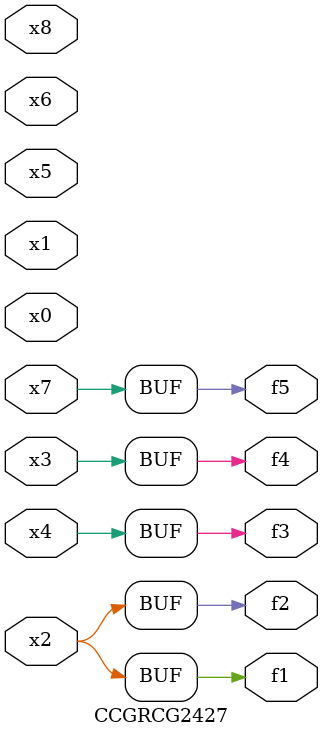
<source format=v>
module CCGRCG2427(
	input x0, x1, x2, x3, x4, x5, x6, x7, x8,
	output f1, f2, f3, f4, f5
);
	assign f1 = x2;
	assign f2 = x2;
	assign f3 = x4;
	assign f4 = x3;
	assign f5 = x7;
endmodule

</source>
